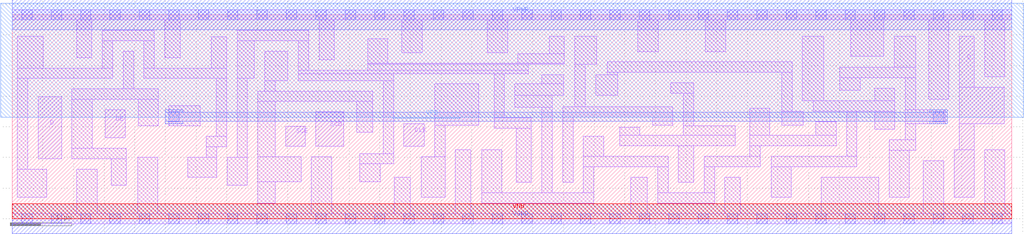
<source format=lef>
# Copyright 2020 The SkyWater PDK Authors
#
# Licensed under the Apache License, Version 2.0 (the "License");
# you may not use this file except in compliance with the License.
# You may obtain a copy of the License at
#
#     https://www.apache.org/licenses/LICENSE-2.0
#
# Unless required by applicable law or agreed to in writing, software
# distributed under the License is distributed on an "AS IS" BASIS,
# WITHOUT WARRANTIES OR CONDITIONS OF ANY KIND, either express or implied.
# See the License for the specific language governing permissions and
# limitations under the License.
#
# SPDX-License-Identifier: Apache-2.0

VERSION 5.7 ;
  NOWIREEXTENSIONATPIN ON ;
  DIVIDERCHAR "/" ;
  BUSBITCHARS "[]" ;
MACRO sky130_fd_sc_ls__sedfxtp_2
  CLASS CORE ;
  FOREIGN sky130_fd_sc_ls__sedfxtp_2 ;
  ORIGIN  0.000000  0.000000 ;
  SIZE  16.32000 BY  3.330000 ;
  SYMMETRY X Y ;
  SITE unit ;
  PIN D
    ANTENNAGATEAREA  0.159000 ;
    DIRECTION INPUT ;
    USE SIGNAL ;
    PORT
      LAYER li1 ;
        RECT 0.425000 0.980000 0.805000 1.990000 ;
    END
  END D
  PIN DE
    ANTENNAGATEAREA  0.318000 ;
    DIRECTION INPUT ;
    USE SIGNAL ;
    PORT
      LAYER li1 ;
        RECT 1.515000 1.320000 1.845000 1.780000 ;
    END
  END DE
  PIN Q
    ANTENNADIFFAREA  0.560000 ;
    DIRECTION OUTPUT ;
    USE SIGNAL ;
    PORT
      LAYER li1 ;
        RECT 15.375000 0.350000 15.705000 1.130000 ;
        RECT 15.460000 1.130000 15.705000 1.550000 ;
        RECT 15.460000 1.550000 16.195000 2.150000 ;
        RECT 15.460000 2.150000 15.705000 2.980000 ;
    END
  END Q
  PIN SCD
    ANTENNAGATEAREA  0.159000 ;
    DIRECTION INPUT ;
    USE SIGNAL ;
    PORT
      LAYER li1 ;
        RECT 4.955000 1.180000 5.410000 1.745000 ;
    END
  END SCD
  PIN SCE
    ANTENNAGATEAREA  0.318000 ;
    DIRECTION INPUT ;
    USE SIGNAL ;
    PORT
      LAYER li1 ;
        RECT 4.465000 1.180000 4.785000 1.510000 ;
    END
  END SCE
  PIN CLK
    ANTENNAGATEAREA  0.279000 ;
    DIRECTION INPUT ;
    USE CLOCK ;
    PORT
      LAYER li1 ;
        RECT 6.395000 1.180000 6.725000 1.550000 ;
    END
  END CLK
  PIN VGND
    DIRECTION INOUT ;
    SHAPE ABUTMENT ;
    USE GROUND ;
    PORT
      LAYER met1 ;
        RECT 0.000000 -0.245000 16.320000 0.245000 ;
    END
  END VGND
  PIN VNB
    DIRECTION INOUT ;
    USE GROUND ;
    PORT
      LAYER pwell ;
        RECT 0.000000 0.000000 16.320000 0.245000 ;
    END
  END VNB
  PIN VPB
    DIRECTION INOUT ;
    USE POWER ;
    PORT
      LAYER nwell ;
        RECT -0.190000 1.660000 16.510000 3.520000 ;
        RECT  6.200000 1.640000  7.305000 1.660000 ;
    END
  END VPB
  PIN VPWR
    DIRECTION INOUT ;
    SHAPE ABUTMENT ;
    USE POWER ;
    PORT
      LAYER met1 ;
        RECT 0.000000 3.085000 16.320000 3.575000 ;
    END
  END VPWR
  OBS
    LAYER li1 ;
      RECT  0.000000 -0.085000 16.320000 0.085000 ;
      RECT  0.000000  3.245000 16.320000 3.415000 ;
      RECT  0.085000  0.350000  0.565000 0.810000 ;
      RECT  0.085000  0.810000  0.255000 2.290000 ;
      RECT  0.085000  2.290000  1.640000 2.460000 ;
      RECT  0.085000  2.460000  0.510000 2.980000 ;
      RECT  0.975000  0.980000  1.865000 1.150000 ;
      RECT  0.975000  1.150000  1.305000 1.950000 ;
      RECT  0.975000  1.950000  2.385000 2.120000 ;
      RECT  1.050000  2.630000  1.300000 3.245000 ;
      RECT  1.055000  0.085000  1.385000 0.810000 ;
      RECT  1.470000  2.460000  1.640000 2.905000 ;
      RECT  1.470000  2.905000  2.320000 3.075000 ;
      RECT  1.615000  0.545000  1.865000 0.980000 ;
      RECT  1.810000  2.120000  1.980000 2.735000 ;
      RECT  2.045000  0.085000  2.375000 1.005000 ;
      RECT  2.055000  1.520000  2.385000 1.950000 ;
      RECT  2.150000  2.290000  3.500000 2.460000 ;
      RECT  2.150000  2.460000  2.320000 2.905000 ;
      RECT  2.490000  2.630000  2.740000 3.245000 ;
      RECT  2.555000  1.515000  3.070000 1.845000 ;
      RECT  2.865000  0.675000  3.340000 1.005000 ;
      RECT  3.170000  1.005000  3.340000 1.175000 ;
      RECT  3.170000  1.175000  3.500000 1.345000 ;
      RECT  3.250000  2.460000  3.500000 2.975000 ;
      RECT  3.330000  1.345000  3.500000 2.290000 ;
      RECT  3.510000  0.545000  3.840000 1.005000 ;
      RECT  3.670000  1.005000  3.840000 2.295000 ;
      RECT  3.670000  2.295000  3.950000 2.905000 ;
      RECT  3.670000  2.905000  4.840000 3.075000 ;
      RECT  4.010000  0.255000  4.295000 0.605000 ;
      RECT  4.010000  0.605000  4.715000 1.010000 ;
      RECT  4.010000  1.010000  4.295000 1.915000 ;
      RECT  4.010000  1.915000  5.885000 2.085000 ;
      RECT  4.125000  2.085000  4.295000 2.255000 ;
      RECT  4.125000  2.255000  4.500000 2.735000 ;
      RECT  4.670000  2.255000  6.225000 2.370000 ;
      RECT  4.670000  2.370000  8.425000 2.425000 ;
      RECT  4.670000  2.425000  4.840000 2.905000 ;
      RECT  4.885000  0.085000  5.215000 1.010000 ;
      RECT  5.010000  2.595000  5.260000 3.245000 ;
      RECT  5.620000  1.415000  5.885000 1.915000 ;
      RECT  5.675000  0.605000  6.005000 0.895000 ;
      RECT  5.675000  0.895000  6.225000 1.065000 ;
      RECT  5.800000  2.425000  8.425000 2.520000 ;
      RECT  5.800000  2.520000  9.015000 2.540000 ;
      RECT  5.800000  2.540000  6.130000 2.935000 ;
      RECT  6.055000  1.065000  6.225000 2.255000 ;
      RECT  6.235000  0.085000  6.495000 0.680000 ;
      RECT  6.360000  2.710000  6.695000 3.245000 ;
      RECT  6.675000  0.350000  7.065000 1.010000 ;
      RECT  6.895000  1.010000  7.065000 1.530000 ;
      RECT  6.895000  1.530000  7.615000 2.200000 ;
      RECT  7.235000  0.085000  7.485000 1.130000 ;
      RECT  7.665000  0.255000  9.495000 0.425000 ;
      RECT  7.665000  0.425000  7.995000 1.130000 ;
      RECT  7.755000  2.710000  8.085000 3.245000 ;
      RECT  7.865000  1.480000  8.475000 1.650000 ;
      RECT  7.865000  1.650000  8.035000 2.370000 ;
      RECT  8.205000  1.820000  8.815000 2.020000 ;
      RECT  8.205000  2.020000  9.005000 2.200000 ;
      RECT  8.225000  0.595000  8.475000 1.480000 ;
      RECT  8.255000  2.540000  9.015000 2.690000 ;
      RECT  8.645000  0.425000  8.815000 1.820000 ;
      RECT  8.645000  2.200000  9.005000 2.350000 ;
      RECT  8.765000  2.690000  9.015000 2.980000 ;
      RECT  8.985000  0.595000  9.155000 1.660000 ;
      RECT  8.985000  1.660000 10.785000 1.830000 ;
      RECT  9.185000  1.830000  9.355000 2.520000 ;
      RECT  9.185000  2.520000  9.545000 2.980000 ;
      RECT  9.325000  0.425000  9.495000 0.850000 ;
      RECT  9.325000  0.850000 10.705000 1.020000 ;
      RECT  9.325000  1.020000  9.655000 1.345000 ;
      RECT  9.525000  2.020000  9.885000 2.350000 ;
      RECT  9.715000  2.350000  9.885000 2.390000 ;
      RECT  9.715000  2.390000 12.730000 2.560000 ;
      RECT  9.915000  1.190000 11.800000 1.360000 ;
      RECT  9.915000  1.360000 10.245000 1.490000 ;
      RECT 10.100000  0.085000 10.365000 0.680000 ;
      RECT 10.215000  2.730000 10.545000 3.245000 ;
      RECT 10.455000  1.530000 10.785000 1.660000 ;
      RECT 10.535000  0.255000 11.465000 0.425000 ;
      RECT 10.535000  0.425000 10.705000 0.850000 ;
      RECT 10.750000  2.050000 11.125000 2.220000 ;
      RECT 10.875000  0.595000 11.125000 1.190000 ;
      RECT 10.955000  1.360000 11.800000 1.520000 ;
      RECT 10.955000  1.520000 11.125000 2.050000 ;
      RECT 11.295000  0.425000 11.465000 0.850000 ;
      RECT 11.295000  0.850000 12.210000 1.020000 ;
      RECT 11.310000  2.730000 11.650000 3.245000 ;
      RECT 11.635000  0.085000 11.885000 0.680000 ;
      RECT 12.040000  1.020000 12.210000 1.190000 ;
      RECT 12.040000  1.190000 13.450000 1.360000 ;
      RECT 12.040000  1.360000 12.370000 1.800000 ;
      RECT 12.390000  0.350000 12.720000 0.850000 ;
      RECT 12.390000  0.850000 13.790000 1.020000 ;
      RECT 12.560000  1.530000 12.910000 1.755000 ;
      RECT 12.560000  1.755000 12.730000 2.390000 ;
      RECT 12.900000  1.925000 13.250000 2.980000 ;
      RECT 13.080000  1.755000 14.410000 1.925000 ;
      RECT 13.120000  1.360000 13.450000 1.585000 ;
      RECT 13.210000  0.085000 14.145000 0.680000 ;
      RECT 13.510000  2.095000 13.840000 2.300000 ;
      RECT 13.510000  2.300000 14.750000 2.470000 ;
      RECT 13.620000  1.020000 13.790000 1.755000 ;
      RECT 13.690000  2.650000 14.230000 3.245000 ;
      RECT 14.080000  1.460000 14.410000 1.755000 ;
      RECT 14.080000  1.925000 14.410000 2.130000 ;
      RECT 14.315000  0.350000 14.645000 1.120000 ;
      RECT 14.315000  1.120000 14.750000 1.290000 ;
      RECT 14.400000  2.470000 14.750000 2.980000 ;
      RECT 14.580000  1.290000 14.750000 1.550000 ;
      RECT 14.580000  1.550000 15.235000 1.780000 ;
      RECT 14.580000  1.780000 14.750000 2.300000 ;
      RECT 14.875000  0.085000 15.205000 0.950000 ;
      RECT 14.960000  1.950000 15.290000 3.245000 ;
      RECT 15.875000  0.085000 16.205000 1.130000 ;
      RECT 15.875000  2.320000 16.205000 3.245000 ;
    LAYER mcon ;
      RECT  0.155000 -0.085000  0.325000 0.085000 ;
      RECT  0.155000  3.245000  0.325000 3.415000 ;
      RECT  0.635000 -0.085000  0.805000 0.085000 ;
      RECT  0.635000  3.245000  0.805000 3.415000 ;
      RECT  1.115000 -0.085000  1.285000 0.085000 ;
      RECT  1.115000  3.245000  1.285000 3.415000 ;
      RECT  1.595000 -0.085000  1.765000 0.085000 ;
      RECT  1.595000  3.245000  1.765000 3.415000 ;
      RECT  2.075000 -0.085000  2.245000 0.085000 ;
      RECT  2.075000  3.245000  2.245000 3.415000 ;
      RECT  2.555000 -0.085000  2.725000 0.085000 ;
      RECT  2.555000  1.580000  2.725000 1.750000 ;
      RECT  2.555000  3.245000  2.725000 3.415000 ;
      RECT  3.035000 -0.085000  3.205000 0.085000 ;
      RECT  3.035000  3.245000  3.205000 3.415000 ;
      RECT  3.515000 -0.085000  3.685000 0.085000 ;
      RECT  3.515000  3.245000  3.685000 3.415000 ;
      RECT  3.995000 -0.085000  4.165000 0.085000 ;
      RECT  3.995000  3.245000  4.165000 3.415000 ;
      RECT  4.475000 -0.085000  4.645000 0.085000 ;
      RECT  4.475000  3.245000  4.645000 3.415000 ;
      RECT  4.955000 -0.085000  5.125000 0.085000 ;
      RECT  4.955000  3.245000  5.125000 3.415000 ;
      RECT  5.435000 -0.085000  5.605000 0.085000 ;
      RECT  5.435000  3.245000  5.605000 3.415000 ;
      RECT  5.915000 -0.085000  6.085000 0.085000 ;
      RECT  5.915000  3.245000  6.085000 3.415000 ;
      RECT  6.395000 -0.085000  6.565000 0.085000 ;
      RECT  6.395000  3.245000  6.565000 3.415000 ;
      RECT  6.875000 -0.085000  7.045000 0.085000 ;
      RECT  6.875000  3.245000  7.045000 3.415000 ;
      RECT  7.355000 -0.085000  7.525000 0.085000 ;
      RECT  7.355000  3.245000  7.525000 3.415000 ;
      RECT  7.835000 -0.085000  8.005000 0.085000 ;
      RECT  7.835000  3.245000  8.005000 3.415000 ;
      RECT  8.315000 -0.085000  8.485000 0.085000 ;
      RECT  8.315000  3.245000  8.485000 3.415000 ;
      RECT  8.795000 -0.085000  8.965000 0.085000 ;
      RECT  8.795000  3.245000  8.965000 3.415000 ;
      RECT  9.275000 -0.085000  9.445000 0.085000 ;
      RECT  9.275000  3.245000  9.445000 3.415000 ;
      RECT  9.755000 -0.085000  9.925000 0.085000 ;
      RECT  9.755000  3.245000  9.925000 3.415000 ;
      RECT 10.235000 -0.085000 10.405000 0.085000 ;
      RECT 10.235000  3.245000 10.405000 3.415000 ;
      RECT 10.715000 -0.085000 10.885000 0.085000 ;
      RECT 10.715000  3.245000 10.885000 3.415000 ;
      RECT 11.195000 -0.085000 11.365000 0.085000 ;
      RECT 11.195000  3.245000 11.365000 3.415000 ;
      RECT 11.675000 -0.085000 11.845000 0.085000 ;
      RECT 11.675000  3.245000 11.845000 3.415000 ;
      RECT 12.155000 -0.085000 12.325000 0.085000 ;
      RECT 12.155000  3.245000 12.325000 3.415000 ;
      RECT 12.635000 -0.085000 12.805000 0.085000 ;
      RECT 12.635000  3.245000 12.805000 3.415000 ;
      RECT 13.115000 -0.085000 13.285000 0.085000 ;
      RECT 13.115000  3.245000 13.285000 3.415000 ;
      RECT 13.595000 -0.085000 13.765000 0.085000 ;
      RECT 13.595000  3.245000 13.765000 3.415000 ;
      RECT 14.075000 -0.085000 14.245000 0.085000 ;
      RECT 14.075000  3.245000 14.245000 3.415000 ;
      RECT 14.555000 -0.085000 14.725000 0.085000 ;
      RECT 14.555000  3.245000 14.725000 3.415000 ;
      RECT 15.035000 -0.085000 15.205000 0.085000 ;
      RECT 15.035000  1.580000 15.205000 1.750000 ;
      RECT 15.035000  3.245000 15.205000 3.415000 ;
      RECT 15.515000 -0.085000 15.685000 0.085000 ;
      RECT 15.515000  3.245000 15.685000 3.415000 ;
      RECT 15.995000 -0.085000 16.165000 0.085000 ;
      RECT 15.995000  3.245000 16.165000 3.415000 ;
    LAYER met1 ;
      RECT  2.495000 1.550000  2.785000 1.595000 ;
      RECT  2.495000 1.595000 15.265000 1.735000 ;
      RECT  2.495000 1.735000  2.785000 1.780000 ;
      RECT 14.975000 1.550000 15.265000 1.595000 ;
      RECT 14.975000 1.735000 15.265000 1.780000 ;
  END
END sky130_fd_sc_ls__sedfxtp_2
END LIBRARY

</source>
